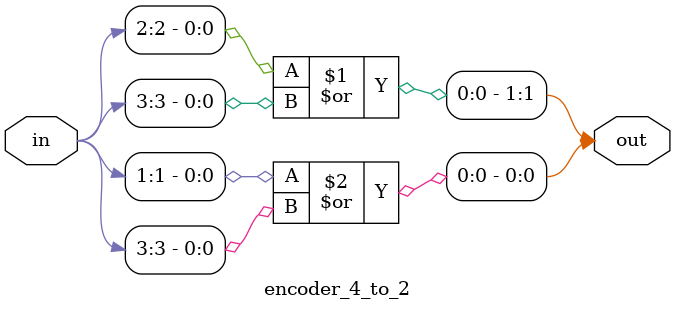
<source format=v>
module encoder_4_to_2 (
    input [3:0] in,
    output [1:0] out
);
    assign out[1] = in[2] | in[3];
    assign out[0] = in[1] | in[3];
endmodule

</source>
